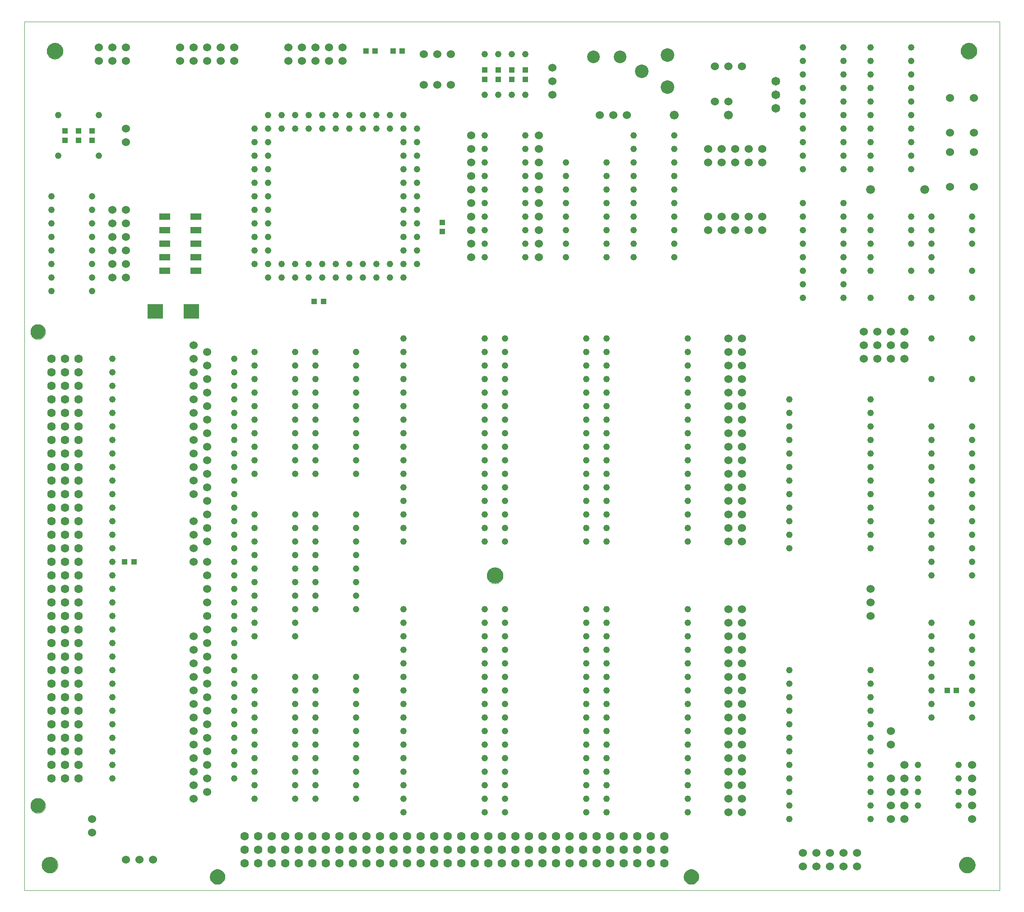
<source format=gts>
G75*
%MOIN*%
%OFA0B0*%
%FSLAX24Y24*%
%IPPOS*%
%LPD*%
%AMOC8*
5,1,8,0,0,1.08239X$1,22.5*
%
%ADD10C,0.0000*%
%ADD11C,0.0480*%
%ADD12C,0.0600*%
%ADD13C,0.0630*%
%ADD14C,0.1102*%
%ADD15C,0.1181*%
%ADD16C,0.0650*%
%ADD17C,0.0660*%
%ADD18C,0.1000*%
%ADD19R,0.0413X0.0425*%
%ADD20R,0.0425X0.0413*%
%ADD21R,0.0394X0.0433*%
%ADD22R,0.1161X0.1063*%
%ADD23R,0.0800X0.0500*%
%ADD24C,0.0937*%
D10*
X003500Y003500D02*
X003500Y067673D01*
X075547Y067673D01*
X075547Y003500D01*
X003500Y003500D01*
X004784Y005375D02*
X004786Y005423D01*
X004792Y005471D01*
X004802Y005518D01*
X004815Y005564D01*
X004833Y005609D01*
X004853Y005653D01*
X004878Y005695D01*
X004906Y005734D01*
X004936Y005771D01*
X004970Y005805D01*
X005007Y005837D01*
X005045Y005866D01*
X005086Y005891D01*
X005129Y005913D01*
X005174Y005931D01*
X005220Y005945D01*
X005267Y005956D01*
X005315Y005963D01*
X005363Y005966D01*
X005411Y005965D01*
X005459Y005960D01*
X005507Y005951D01*
X005553Y005939D01*
X005598Y005922D01*
X005642Y005902D01*
X005684Y005879D01*
X005724Y005852D01*
X005762Y005822D01*
X005797Y005789D01*
X005829Y005753D01*
X005859Y005715D01*
X005885Y005674D01*
X005907Y005631D01*
X005927Y005587D01*
X005942Y005542D01*
X005954Y005495D01*
X005962Y005447D01*
X005966Y005399D01*
X005966Y005351D01*
X005962Y005303D01*
X005954Y005255D01*
X005942Y005208D01*
X005927Y005163D01*
X005907Y005119D01*
X005885Y005076D01*
X005859Y005035D01*
X005829Y004997D01*
X005797Y004961D01*
X005762Y004928D01*
X005724Y004898D01*
X005684Y004871D01*
X005642Y004848D01*
X005598Y004828D01*
X005553Y004811D01*
X005507Y004799D01*
X005459Y004790D01*
X005411Y004785D01*
X005363Y004784D01*
X005315Y004787D01*
X005267Y004794D01*
X005220Y004805D01*
X005174Y004819D01*
X005129Y004837D01*
X005086Y004859D01*
X005045Y004884D01*
X005007Y004913D01*
X004970Y004945D01*
X004936Y004979D01*
X004906Y005016D01*
X004878Y005055D01*
X004853Y005097D01*
X004833Y005141D01*
X004815Y005186D01*
X004802Y005232D01*
X004792Y005279D01*
X004786Y005327D01*
X004784Y005375D01*
X003949Y009750D02*
X003951Y009797D01*
X003957Y009843D01*
X003967Y009889D01*
X003980Y009934D01*
X003998Y009977D01*
X004019Y010019D01*
X004043Y010059D01*
X004071Y010096D01*
X004102Y010131D01*
X004136Y010164D01*
X004172Y010193D01*
X004211Y010219D01*
X004252Y010242D01*
X004295Y010261D01*
X004339Y010277D01*
X004384Y010289D01*
X004430Y010297D01*
X004477Y010301D01*
X004523Y010301D01*
X004570Y010297D01*
X004616Y010289D01*
X004661Y010277D01*
X004705Y010261D01*
X004748Y010242D01*
X004789Y010219D01*
X004828Y010193D01*
X004864Y010164D01*
X004898Y010131D01*
X004929Y010096D01*
X004957Y010059D01*
X004981Y010019D01*
X005002Y009977D01*
X005020Y009934D01*
X005033Y009889D01*
X005043Y009843D01*
X005049Y009797D01*
X005051Y009750D01*
X005049Y009703D01*
X005043Y009657D01*
X005033Y009611D01*
X005020Y009566D01*
X005002Y009523D01*
X004981Y009481D01*
X004957Y009441D01*
X004929Y009404D01*
X004898Y009369D01*
X004864Y009336D01*
X004828Y009307D01*
X004789Y009281D01*
X004748Y009258D01*
X004705Y009239D01*
X004661Y009223D01*
X004616Y009211D01*
X004570Y009203D01*
X004523Y009199D01*
X004477Y009199D01*
X004430Y009203D01*
X004384Y009211D01*
X004339Y009223D01*
X004295Y009239D01*
X004252Y009258D01*
X004211Y009281D01*
X004172Y009307D01*
X004136Y009336D01*
X004102Y009369D01*
X004071Y009404D01*
X004043Y009441D01*
X004019Y009481D01*
X003998Y009523D01*
X003980Y009566D01*
X003967Y009611D01*
X003957Y009657D01*
X003951Y009703D01*
X003949Y009750D01*
X017199Y004500D02*
X017201Y004547D01*
X017207Y004593D01*
X017217Y004639D01*
X017230Y004684D01*
X017248Y004727D01*
X017269Y004769D01*
X017293Y004809D01*
X017321Y004846D01*
X017352Y004881D01*
X017386Y004914D01*
X017422Y004943D01*
X017461Y004969D01*
X017502Y004992D01*
X017545Y005011D01*
X017589Y005027D01*
X017634Y005039D01*
X017680Y005047D01*
X017727Y005051D01*
X017773Y005051D01*
X017820Y005047D01*
X017866Y005039D01*
X017911Y005027D01*
X017955Y005011D01*
X017998Y004992D01*
X018039Y004969D01*
X018078Y004943D01*
X018114Y004914D01*
X018148Y004881D01*
X018179Y004846D01*
X018207Y004809D01*
X018231Y004769D01*
X018252Y004727D01*
X018270Y004684D01*
X018283Y004639D01*
X018293Y004593D01*
X018299Y004547D01*
X018301Y004500D01*
X018299Y004453D01*
X018293Y004407D01*
X018283Y004361D01*
X018270Y004316D01*
X018252Y004273D01*
X018231Y004231D01*
X018207Y004191D01*
X018179Y004154D01*
X018148Y004119D01*
X018114Y004086D01*
X018078Y004057D01*
X018039Y004031D01*
X017998Y004008D01*
X017955Y003989D01*
X017911Y003973D01*
X017866Y003961D01*
X017820Y003953D01*
X017773Y003949D01*
X017727Y003949D01*
X017680Y003953D01*
X017634Y003961D01*
X017589Y003973D01*
X017545Y003989D01*
X017502Y004008D01*
X017461Y004031D01*
X017422Y004057D01*
X017386Y004086D01*
X017352Y004119D01*
X017321Y004154D01*
X017293Y004191D01*
X017269Y004231D01*
X017248Y004273D01*
X017230Y004316D01*
X017217Y004361D01*
X017207Y004407D01*
X017201Y004453D01*
X017199Y004500D01*
X037659Y026750D02*
X037661Y026798D01*
X037667Y026846D01*
X037677Y026893D01*
X037690Y026939D01*
X037708Y026984D01*
X037728Y027028D01*
X037753Y027070D01*
X037781Y027109D01*
X037811Y027146D01*
X037845Y027180D01*
X037882Y027212D01*
X037920Y027241D01*
X037961Y027266D01*
X038004Y027288D01*
X038049Y027306D01*
X038095Y027320D01*
X038142Y027331D01*
X038190Y027338D01*
X038238Y027341D01*
X038286Y027340D01*
X038334Y027335D01*
X038382Y027326D01*
X038428Y027314D01*
X038473Y027297D01*
X038517Y027277D01*
X038559Y027254D01*
X038599Y027227D01*
X038637Y027197D01*
X038672Y027164D01*
X038704Y027128D01*
X038734Y027090D01*
X038760Y027049D01*
X038782Y027006D01*
X038802Y026962D01*
X038817Y026917D01*
X038829Y026870D01*
X038837Y026822D01*
X038841Y026774D01*
X038841Y026726D01*
X038837Y026678D01*
X038829Y026630D01*
X038817Y026583D01*
X038802Y026538D01*
X038782Y026494D01*
X038760Y026451D01*
X038734Y026410D01*
X038704Y026372D01*
X038672Y026336D01*
X038637Y026303D01*
X038599Y026273D01*
X038559Y026246D01*
X038517Y026223D01*
X038473Y026203D01*
X038428Y026186D01*
X038382Y026174D01*
X038334Y026165D01*
X038286Y026160D01*
X038238Y026159D01*
X038190Y026162D01*
X038142Y026169D01*
X038095Y026180D01*
X038049Y026194D01*
X038004Y026212D01*
X037961Y026234D01*
X037920Y026259D01*
X037882Y026288D01*
X037845Y026320D01*
X037811Y026354D01*
X037781Y026391D01*
X037753Y026430D01*
X037728Y026472D01*
X037708Y026516D01*
X037690Y026561D01*
X037677Y026607D01*
X037667Y026654D01*
X037661Y026702D01*
X037659Y026750D01*
X052199Y004500D02*
X052201Y004547D01*
X052207Y004593D01*
X052217Y004639D01*
X052230Y004684D01*
X052248Y004727D01*
X052269Y004769D01*
X052293Y004809D01*
X052321Y004846D01*
X052352Y004881D01*
X052386Y004914D01*
X052422Y004943D01*
X052461Y004969D01*
X052502Y004992D01*
X052545Y005011D01*
X052589Y005027D01*
X052634Y005039D01*
X052680Y005047D01*
X052727Y005051D01*
X052773Y005051D01*
X052820Y005047D01*
X052866Y005039D01*
X052911Y005027D01*
X052955Y005011D01*
X052998Y004992D01*
X053039Y004969D01*
X053078Y004943D01*
X053114Y004914D01*
X053148Y004881D01*
X053179Y004846D01*
X053207Y004809D01*
X053231Y004769D01*
X053252Y004727D01*
X053270Y004684D01*
X053283Y004639D01*
X053293Y004593D01*
X053299Y004547D01*
X053301Y004500D01*
X053299Y004453D01*
X053293Y004407D01*
X053283Y004361D01*
X053270Y004316D01*
X053252Y004273D01*
X053231Y004231D01*
X053207Y004191D01*
X053179Y004154D01*
X053148Y004119D01*
X053114Y004086D01*
X053078Y004057D01*
X053039Y004031D01*
X052998Y004008D01*
X052955Y003989D01*
X052911Y003973D01*
X052866Y003961D01*
X052820Y003953D01*
X052773Y003949D01*
X052727Y003949D01*
X052680Y003953D01*
X052634Y003961D01*
X052589Y003973D01*
X052545Y003989D01*
X052502Y004008D01*
X052461Y004031D01*
X052422Y004057D01*
X052386Y004086D01*
X052352Y004119D01*
X052321Y004154D01*
X052293Y004191D01*
X052269Y004231D01*
X052248Y004273D01*
X052230Y004316D01*
X052217Y004361D01*
X052207Y004407D01*
X052201Y004453D01*
X052199Y004500D01*
X072534Y005375D02*
X072536Y005423D01*
X072542Y005471D01*
X072552Y005518D01*
X072565Y005564D01*
X072583Y005609D01*
X072603Y005653D01*
X072628Y005695D01*
X072656Y005734D01*
X072686Y005771D01*
X072720Y005805D01*
X072757Y005837D01*
X072795Y005866D01*
X072836Y005891D01*
X072879Y005913D01*
X072924Y005931D01*
X072970Y005945D01*
X073017Y005956D01*
X073065Y005963D01*
X073113Y005966D01*
X073161Y005965D01*
X073209Y005960D01*
X073257Y005951D01*
X073303Y005939D01*
X073348Y005922D01*
X073392Y005902D01*
X073434Y005879D01*
X073474Y005852D01*
X073512Y005822D01*
X073547Y005789D01*
X073579Y005753D01*
X073609Y005715D01*
X073635Y005674D01*
X073657Y005631D01*
X073677Y005587D01*
X073692Y005542D01*
X073704Y005495D01*
X073712Y005447D01*
X073716Y005399D01*
X073716Y005351D01*
X073712Y005303D01*
X073704Y005255D01*
X073692Y005208D01*
X073677Y005163D01*
X073657Y005119D01*
X073635Y005076D01*
X073609Y005035D01*
X073579Y004997D01*
X073547Y004961D01*
X073512Y004928D01*
X073474Y004898D01*
X073434Y004871D01*
X073392Y004848D01*
X073348Y004828D01*
X073303Y004811D01*
X073257Y004799D01*
X073209Y004790D01*
X073161Y004785D01*
X073113Y004784D01*
X073065Y004787D01*
X073017Y004794D01*
X072970Y004805D01*
X072924Y004819D01*
X072879Y004837D01*
X072836Y004859D01*
X072795Y004884D01*
X072757Y004913D01*
X072720Y004945D01*
X072686Y004979D01*
X072656Y005016D01*
X072628Y005055D01*
X072603Y005097D01*
X072583Y005141D01*
X072565Y005186D01*
X072552Y005232D01*
X072542Y005279D01*
X072536Y005327D01*
X072534Y005375D01*
X072659Y065500D02*
X072661Y065548D01*
X072667Y065596D01*
X072677Y065643D01*
X072690Y065689D01*
X072708Y065734D01*
X072728Y065778D01*
X072753Y065820D01*
X072781Y065859D01*
X072811Y065896D01*
X072845Y065930D01*
X072882Y065962D01*
X072920Y065991D01*
X072961Y066016D01*
X073004Y066038D01*
X073049Y066056D01*
X073095Y066070D01*
X073142Y066081D01*
X073190Y066088D01*
X073238Y066091D01*
X073286Y066090D01*
X073334Y066085D01*
X073382Y066076D01*
X073428Y066064D01*
X073473Y066047D01*
X073517Y066027D01*
X073559Y066004D01*
X073599Y065977D01*
X073637Y065947D01*
X073672Y065914D01*
X073704Y065878D01*
X073734Y065840D01*
X073760Y065799D01*
X073782Y065756D01*
X073802Y065712D01*
X073817Y065667D01*
X073829Y065620D01*
X073837Y065572D01*
X073841Y065524D01*
X073841Y065476D01*
X073837Y065428D01*
X073829Y065380D01*
X073817Y065333D01*
X073802Y065288D01*
X073782Y065244D01*
X073760Y065201D01*
X073734Y065160D01*
X073704Y065122D01*
X073672Y065086D01*
X073637Y065053D01*
X073599Y065023D01*
X073559Y064996D01*
X073517Y064973D01*
X073473Y064953D01*
X073428Y064936D01*
X073382Y064924D01*
X073334Y064915D01*
X073286Y064910D01*
X073238Y064909D01*
X073190Y064912D01*
X073142Y064919D01*
X073095Y064930D01*
X073049Y064944D01*
X073004Y064962D01*
X072961Y064984D01*
X072920Y065009D01*
X072882Y065038D01*
X072845Y065070D01*
X072811Y065104D01*
X072781Y065141D01*
X072753Y065180D01*
X072728Y065222D01*
X072708Y065266D01*
X072690Y065311D01*
X072677Y065357D01*
X072667Y065404D01*
X072661Y065452D01*
X072659Y065500D01*
X005159Y065500D02*
X005161Y065548D01*
X005167Y065596D01*
X005177Y065643D01*
X005190Y065689D01*
X005208Y065734D01*
X005228Y065778D01*
X005253Y065820D01*
X005281Y065859D01*
X005311Y065896D01*
X005345Y065930D01*
X005382Y065962D01*
X005420Y065991D01*
X005461Y066016D01*
X005504Y066038D01*
X005549Y066056D01*
X005595Y066070D01*
X005642Y066081D01*
X005690Y066088D01*
X005738Y066091D01*
X005786Y066090D01*
X005834Y066085D01*
X005882Y066076D01*
X005928Y066064D01*
X005973Y066047D01*
X006017Y066027D01*
X006059Y066004D01*
X006099Y065977D01*
X006137Y065947D01*
X006172Y065914D01*
X006204Y065878D01*
X006234Y065840D01*
X006260Y065799D01*
X006282Y065756D01*
X006302Y065712D01*
X006317Y065667D01*
X006329Y065620D01*
X006337Y065572D01*
X006341Y065524D01*
X006341Y065476D01*
X006337Y065428D01*
X006329Y065380D01*
X006317Y065333D01*
X006302Y065288D01*
X006282Y065244D01*
X006260Y065201D01*
X006234Y065160D01*
X006204Y065122D01*
X006172Y065086D01*
X006137Y065053D01*
X006099Y065023D01*
X006059Y064996D01*
X006017Y064973D01*
X005973Y064953D01*
X005928Y064936D01*
X005882Y064924D01*
X005834Y064915D01*
X005786Y064910D01*
X005738Y064909D01*
X005690Y064912D01*
X005642Y064919D01*
X005595Y064930D01*
X005549Y064944D01*
X005504Y064962D01*
X005461Y064984D01*
X005420Y065009D01*
X005382Y065038D01*
X005345Y065070D01*
X005311Y065104D01*
X005281Y065141D01*
X005253Y065180D01*
X005228Y065222D01*
X005208Y065266D01*
X005190Y065311D01*
X005177Y065357D01*
X005167Y065404D01*
X005161Y065452D01*
X005159Y065500D01*
X003949Y044750D02*
X003951Y044797D01*
X003957Y044843D01*
X003967Y044889D01*
X003980Y044934D01*
X003998Y044977D01*
X004019Y045019D01*
X004043Y045059D01*
X004071Y045096D01*
X004102Y045131D01*
X004136Y045164D01*
X004172Y045193D01*
X004211Y045219D01*
X004252Y045242D01*
X004295Y045261D01*
X004339Y045277D01*
X004384Y045289D01*
X004430Y045297D01*
X004477Y045301D01*
X004523Y045301D01*
X004570Y045297D01*
X004616Y045289D01*
X004661Y045277D01*
X004705Y045261D01*
X004748Y045242D01*
X004789Y045219D01*
X004828Y045193D01*
X004864Y045164D01*
X004898Y045131D01*
X004929Y045096D01*
X004957Y045059D01*
X004981Y045019D01*
X005002Y044977D01*
X005020Y044934D01*
X005033Y044889D01*
X005043Y044843D01*
X005049Y044797D01*
X005051Y044750D01*
X005049Y044703D01*
X005043Y044657D01*
X005033Y044611D01*
X005020Y044566D01*
X005002Y044523D01*
X004981Y044481D01*
X004957Y044441D01*
X004929Y044404D01*
X004898Y044369D01*
X004864Y044336D01*
X004828Y044307D01*
X004789Y044281D01*
X004748Y044258D01*
X004705Y044239D01*
X004661Y044223D01*
X004616Y044211D01*
X004570Y044203D01*
X004523Y044199D01*
X004477Y044199D01*
X004430Y044203D01*
X004384Y044211D01*
X004339Y044223D01*
X004295Y044239D01*
X004252Y044258D01*
X004211Y044281D01*
X004172Y044307D01*
X004136Y044336D01*
X004102Y044369D01*
X004071Y044404D01*
X004043Y044441D01*
X004019Y044481D01*
X003998Y044523D01*
X003980Y044566D01*
X003967Y044611D01*
X003957Y044657D01*
X003951Y044703D01*
X003949Y044750D01*
D11*
X005500Y047750D03*
X005500Y048750D03*
X005500Y049750D03*
X005500Y050750D03*
X005500Y051750D03*
X005500Y052750D03*
X005500Y053750D03*
X005500Y054750D03*
X008500Y054750D03*
X008500Y053750D03*
X008500Y052750D03*
X008500Y051750D03*
X008500Y050750D03*
X008500Y049750D03*
X008500Y048750D03*
X008500Y047750D03*
X010000Y042750D03*
X010000Y041750D03*
X010000Y040750D03*
X010000Y039750D03*
X010000Y038750D03*
X010000Y037750D03*
X010000Y036750D03*
X010000Y035750D03*
X010000Y034750D03*
X010000Y033750D03*
X010000Y032750D03*
X010000Y031750D03*
X010000Y030750D03*
X010000Y029750D03*
X010000Y028750D03*
X010000Y027750D03*
X010000Y026750D03*
X010000Y025750D03*
X010000Y024750D03*
X010000Y023750D03*
X010000Y022750D03*
X010000Y021750D03*
X010000Y020750D03*
X010000Y019750D03*
X010000Y018750D03*
X010000Y017750D03*
X010000Y016750D03*
X010000Y015750D03*
X010000Y014750D03*
X010000Y013750D03*
X010000Y012750D03*
X010000Y011750D03*
X019000Y011750D03*
X019000Y012750D03*
X019000Y013750D03*
X019000Y014750D03*
X019000Y015750D03*
X019000Y016750D03*
X019000Y017750D03*
X019000Y018750D03*
X019000Y019750D03*
X019000Y020750D03*
X019000Y021750D03*
X019000Y022750D03*
X019000Y023750D03*
X019000Y024750D03*
X019000Y025750D03*
X019000Y026750D03*
X019000Y027750D03*
X019000Y028750D03*
X019000Y029750D03*
X019000Y030750D03*
X019000Y031750D03*
X019000Y032750D03*
X019000Y033750D03*
X019000Y034750D03*
X019000Y035750D03*
X019000Y036750D03*
X019000Y037750D03*
X019000Y038750D03*
X019000Y039750D03*
X019000Y040750D03*
X019000Y041750D03*
X019000Y042750D03*
X020500Y042250D03*
X020500Y041250D03*
X020500Y040250D03*
X020500Y039250D03*
X020500Y038250D03*
X020500Y037250D03*
X020500Y036250D03*
X020500Y035250D03*
X020500Y034250D03*
X023500Y034250D03*
X023500Y035250D03*
X023500Y036250D03*
X023500Y037250D03*
X023500Y038250D03*
X023500Y039250D03*
X023500Y040250D03*
X023500Y041250D03*
X023500Y042250D03*
X023500Y043250D03*
X025000Y043250D03*
X025000Y042250D03*
X025000Y041250D03*
X025000Y040250D03*
X025000Y039250D03*
X025000Y038250D03*
X025000Y037250D03*
X025000Y036250D03*
X025000Y035250D03*
X025000Y034250D03*
X028000Y034250D03*
X028000Y035250D03*
X028000Y036250D03*
X028000Y037250D03*
X028000Y038250D03*
X028000Y039250D03*
X028000Y040250D03*
X028000Y041250D03*
X028000Y042250D03*
X028000Y043250D03*
X031500Y043250D03*
X031500Y044250D03*
X031500Y042250D03*
X031500Y041250D03*
X031500Y040250D03*
X031500Y039250D03*
X031500Y038250D03*
X031500Y037250D03*
X031500Y036250D03*
X031500Y035250D03*
X031500Y034250D03*
X031500Y033250D03*
X031500Y032250D03*
X031500Y031250D03*
X031500Y030250D03*
X031500Y029250D03*
X028000Y029250D03*
X028000Y028250D03*
X028000Y027250D03*
X028000Y026250D03*
X028000Y025250D03*
X028000Y024250D03*
X025000Y024250D03*
X025000Y025250D03*
X025000Y026250D03*
X025000Y027250D03*
X025000Y028250D03*
X025000Y029250D03*
X025000Y030250D03*
X025000Y031250D03*
X023500Y031250D03*
X023500Y030250D03*
X023500Y029250D03*
X023500Y028250D03*
X023500Y027250D03*
X023500Y026250D03*
X023500Y025250D03*
X023500Y024250D03*
X023500Y023250D03*
X023500Y022250D03*
X023500Y019250D03*
X023500Y018250D03*
X023500Y017250D03*
X023500Y016250D03*
X023500Y015250D03*
X023500Y014250D03*
X023500Y013250D03*
X023500Y012250D03*
X023500Y011250D03*
X023500Y010250D03*
X025000Y010250D03*
X025000Y011250D03*
X025000Y012250D03*
X025000Y013250D03*
X025000Y014250D03*
X025000Y015250D03*
X025000Y016250D03*
X025000Y017250D03*
X025000Y018250D03*
X025000Y019250D03*
X028000Y019250D03*
X028000Y018250D03*
X028000Y017250D03*
X028000Y016250D03*
X028000Y015250D03*
X028000Y014250D03*
X028000Y013250D03*
X028000Y012250D03*
X028000Y011250D03*
X028000Y010250D03*
X031500Y010250D03*
X031500Y009250D03*
X031500Y011250D03*
X031500Y012250D03*
X031500Y013250D03*
X031500Y014250D03*
X031500Y015250D03*
X031500Y016250D03*
X031500Y017250D03*
X031500Y018250D03*
X031500Y019250D03*
X031500Y020250D03*
X031500Y021250D03*
X031500Y022250D03*
X031500Y023250D03*
X031500Y024250D03*
X037500Y024250D03*
X037500Y023250D03*
X037500Y022250D03*
X037500Y021250D03*
X037500Y020250D03*
X037500Y019250D03*
X037500Y018250D03*
X037500Y017250D03*
X037500Y016250D03*
X037500Y015250D03*
X037500Y014250D03*
X037500Y013250D03*
X037500Y012250D03*
X037500Y011250D03*
X037500Y010250D03*
X037500Y009250D03*
X039000Y009250D03*
X039000Y010250D03*
X039000Y011250D03*
X039000Y012250D03*
X039000Y013250D03*
X039000Y014250D03*
X039000Y015250D03*
X039000Y016250D03*
X039000Y017250D03*
X039000Y018250D03*
X039000Y019250D03*
X039000Y020250D03*
X039000Y021250D03*
X039000Y022250D03*
X039000Y023250D03*
X039000Y024250D03*
X039000Y029250D03*
X039000Y030250D03*
X039000Y031250D03*
X039000Y032250D03*
X039000Y033250D03*
X039000Y034250D03*
X039000Y035250D03*
X039000Y036250D03*
X039000Y037250D03*
X039000Y038250D03*
X039000Y039250D03*
X039000Y040250D03*
X039000Y041250D03*
X039000Y042250D03*
X039000Y043250D03*
X039000Y044250D03*
X037500Y044250D03*
X037500Y043250D03*
X037500Y042250D03*
X037500Y041250D03*
X037500Y040250D03*
X037500Y039250D03*
X037500Y038250D03*
X037500Y037250D03*
X037500Y036250D03*
X037500Y035250D03*
X037500Y034250D03*
X037500Y033250D03*
X037500Y032250D03*
X037500Y031250D03*
X037500Y030250D03*
X037500Y029250D03*
X045000Y029250D03*
X045000Y030250D03*
X045000Y031250D03*
X045000Y032250D03*
X045000Y033250D03*
X045000Y034250D03*
X045000Y035250D03*
X045000Y036250D03*
X045000Y037250D03*
X045000Y038250D03*
X045000Y039250D03*
X045000Y040250D03*
X045000Y041250D03*
X045000Y042250D03*
X045000Y043250D03*
X045000Y044250D03*
X046500Y044250D03*
X046500Y043250D03*
X046500Y042250D03*
X046500Y041250D03*
X046500Y040250D03*
X046500Y039250D03*
X046500Y038250D03*
X046500Y037250D03*
X046500Y036250D03*
X046500Y035250D03*
X046500Y034250D03*
X046500Y033250D03*
X046500Y032250D03*
X046500Y031250D03*
X046500Y030250D03*
X046500Y029250D03*
X046500Y024250D03*
X046500Y023250D03*
X046500Y022250D03*
X046500Y021250D03*
X046500Y020250D03*
X046500Y019250D03*
X046500Y018250D03*
X046500Y017250D03*
X046500Y016250D03*
X046500Y015250D03*
X046500Y014250D03*
X046500Y013250D03*
X046500Y012250D03*
X046500Y011250D03*
X046500Y010250D03*
X046500Y009250D03*
X045000Y009250D03*
X045000Y010250D03*
X045000Y011250D03*
X045000Y012250D03*
X045000Y013250D03*
X045000Y014250D03*
X045000Y015250D03*
X045000Y016250D03*
X045000Y017250D03*
X045000Y018250D03*
X045000Y019250D03*
X045000Y020250D03*
X045000Y021250D03*
X045000Y022250D03*
X045000Y023250D03*
X045000Y024250D03*
X052500Y024250D03*
X052500Y023250D03*
X052500Y022250D03*
X052500Y021250D03*
X052500Y020250D03*
X052500Y019250D03*
X052500Y018250D03*
X052500Y017250D03*
X052500Y016250D03*
X052500Y015250D03*
X052500Y014250D03*
X052500Y013250D03*
X052500Y012250D03*
X052500Y011250D03*
X052500Y010250D03*
X052500Y009250D03*
X060000Y008750D03*
X060000Y009750D03*
X060000Y010750D03*
X060000Y011750D03*
X060000Y012750D03*
X060000Y013750D03*
X060000Y014750D03*
X060000Y015750D03*
X060000Y016750D03*
X060000Y017750D03*
X060000Y018750D03*
X060000Y019750D03*
X066000Y019750D03*
X066000Y018750D03*
X066000Y017750D03*
X066000Y016750D03*
X066000Y015750D03*
X066000Y014750D03*
X066000Y013750D03*
X066000Y012750D03*
X066000Y011750D03*
X066000Y010750D03*
X066000Y009750D03*
X066000Y008750D03*
X069500Y009750D03*
X069500Y010750D03*
X069500Y011750D03*
X069500Y012750D03*
X072500Y012750D03*
X072500Y011750D03*
X072500Y010750D03*
X072500Y009750D03*
X073500Y016250D03*
X073500Y017250D03*
X073500Y018250D03*
X073500Y019250D03*
X073500Y020250D03*
X073500Y021250D03*
X073500Y022250D03*
X073500Y023250D03*
X070500Y023250D03*
X070500Y022250D03*
X070500Y021250D03*
X070500Y020250D03*
X070500Y019250D03*
X070500Y018250D03*
X070500Y017250D03*
X070500Y016250D03*
X070500Y026750D03*
X070500Y027750D03*
X070500Y028750D03*
X070500Y029750D03*
X070500Y030750D03*
X070500Y031750D03*
X070500Y032750D03*
X070500Y033750D03*
X070500Y034750D03*
X070500Y035750D03*
X070500Y036750D03*
X070500Y037750D03*
X073500Y037750D03*
X073500Y036750D03*
X073500Y035750D03*
X073500Y034750D03*
X073500Y033750D03*
X073500Y032750D03*
X073500Y031750D03*
X073500Y030750D03*
X073500Y029750D03*
X073500Y028750D03*
X073500Y027750D03*
X073500Y026750D03*
X066000Y028750D03*
X066000Y029750D03*
X066000Y030750D03*
X066000Y031750D03*
X066000Y032750D03*
X066000Y033750D03*
X066000Y034750D03*
X066000Y035750D03*
X066000Y036750D03*
X066000Y037750D03*
X066000Y038750D03*
X066000Y039750D03*
X070500Y041250D03*
X070500Y044250D03*
X073500Y044250D03*
X073500Y041250D03*
X073500Y047250D03*
X073500Y049250D03*
X073500Y051250D03*
X073500Y052250D03*
X073500Y053250D03*
X070500Y053250D03*
X070500Y052250D03*
X070500Y051250D03*
X070500Y050250D03*
X070500Y049250D03*
X069000Y049250D03*
X069000Y051250D03*
X069000Y052250D03*
X069000Y053250D03*
X066000Y053250D03*
X066000Y052250D03*
X066000Y051250D03*
X066000Y050250D03*
X066000Y049250D03*
X066000Y047250D03*
X064000Y047250D03*
X064000Y048250D03*
X064000Y049250D03*
X064000Y050250D03*
X064000Y051250D03*
X064000Y052250D03*
X064000Y053250D03*
X064000Y054250D03*
X064000Y056750D03*
X064000Y057750D03*
X064000Y058750D03*
X064000Y059750D03*
X064000Y060750D03*
X064000Y061750D03*
X064000Y062750D03*
X064000Y063750D03*
X064000Y064750D03*
X064000Y065750D03*
X066000Y065750D03*
X066000Y064750D03*
X066000Y063750D03*
X066000Y062750D03*
X066000Y061750D03*
X066000Y060750D03*
X066000Y059750D03*
X066000Y058750D03*
X066000Y057750D03*
X066000Y056750D03*
X069000Y056750D03*
X069000Y057750D03*
X069000Y058750D03*
X069000Y059750D03*
X069000Y060750D03*
X069000Y061750D03*
X069000Y062750D03*
X069000Y063750D03*
X069000Y064750D03*
X069000Y065750D03*
X061000Y065750D03*
X061000Y064750D03*
X061000Y063750D03*
X061000Y062750D03*
X061000Y061750D03*
X061000Y060750D03*
X061000Y059750D03*
X061000Y058750D03*
X061000Y057750D03*
X061000Y056750D03*
X061000Y054250D03*
X061000Y053250D03*
X061000Y052250D03*
X061000Y051250D03*
X061000Y050250D03*
X061000Y049250D03*
X061000Y048250D03*
X061000Y047250D03*
X060000Y039750D03*
X060000Y038750D03*
X060000Y037750D03*
X060000Y036750D03*
X060000Y035750D03*
X060000Y034750D03*
X060000Y033750D03*
X060000Y032750D03*
X060000Y031750D03*
X060000Y030750D03*
X060000Y029750D03*
X060000Y028750D03*
X052500Y029250D03*
X052500Y030250D03*
X052500Y031250D03*
X052500Y032250D03*
X052500Y033250D03*
X052500Y034250D03*
X052500Y035250D03*
X052500Y036250D03*
X052500Y037250D03*
X052500Y038250D03*
X052500Y039250D03*
X052500Y040250D03*
X052500Y041250D03*
X052500Y042250D03*
X052500Y043250D03*
X052500Y044250D03*
X051500Y050250D03*
X051500Y051250D03*
X051500Y052250D03*
X051500Y053250D03*
X051500Y054250D03*
X051500Y055250D03*
X051500Y056250D03*
X051500Y057250D03*
X051500Y058250D03*
X051500Y059250D03*
X048500Y059250D03*
X048500Y058250D03*
X048500Y057250D03*
X048500Y056250D03*
X048500Y055250D03*
X048500Y054250D03*
X048500Y053250D03*
X048500Y052250D03*
X048500Y051250D03*
X048500Y050250D03*
X046500Y050250D03*
X046500Y051250D03*
X046500Y052250D03*
X046500Y053250D03*
X046500Y054250D03*
X046500Y055250D03*
X046500Y056250D03*
X046500Y057250D03*
X043500Y057250D03*
X043500Y056250D03*
X043500Y055250D03*
X043500Y054250D03*
X043500Y053250D03*
X043500Y052250D03*
X043500Y051250D03*
X043500Y050250D03*
X040500Y050250D03*
X040500Y051250D03*
X040500Y052250D03*
X040500Y053250D03*
X040500Y054250D03*
X040500Y055250D03*
X040500Y056250D03*
X040500Y057250D03*
X040500Y058250D03*
X040500Y059250D03*
X037500Y059250D03*
X037500Y058250D03*
X037500Y057250D03*
X037500Y056250D03*
X037500Y055250D03*
X037500Y054250D03*
X037500Y053250D03*
X037500Y052250D03*
X037500Y051250D03*
X037500Y050250D03*
X032500Y049750D03*
X031500Y049750D03*
X031500Y048750D03*
X030500Y048750D03*
X030500Y049750D03*
X029500Y049750D03*
X029500Y048750D03*
X028500Y048750D03*
X028500Y049750D03*
X027500Y049750D03*
X027500Y048750D03*
X026500Y048750D03*
X026500Y049750D03*
X025500Y049750D03*
X025500Y048750D03*
X024500Y048750D03*
X024500Y049750D03*
X023500Y049750D03*
X023500Y048750D03*
X022500Y048750D03*
X022500Y049750D03*
X021500Y049750D03*
X021500Y048750D03*
X020500Y049750D03*
X020500Y050750D03*
X020500Y051750D03*
X021500Y051750D03*
X021500Y050750D03*
X021500Y052750D03*
X021500Y053750D03*
X020500Y053750D03*
X020500Y052750D03*
X020500Y054750D03*
X020500Y055750D03*
X021500Y055750D03*
X021500Y054750D03*
X021500Y056750D03*
X021500Y057750D03*
X021500Y058750D03*
X020500Y058750D03*
X020500Y057750D03*
X020500Y056750D03*
X020500Y059750D03*
X021500Y059750D03*
X021500Y060750D03*
X022500Y060750D03*
X022500Y059750D03*
X023500Y059750D03*
X023500Y060750D03*
X024500Y060750D03*
X024500Y059750D03*
X025500Y059750D03*
X025500Y060750D03*
X026500Y060750D03*
X026500Y059750D03*
X027500Y059750D03*
X027500Y060750D03*
X028500Y060750D03*
X028500Y059750D03*
X029500Y059750D03*
X029500Y060750D03*
X030500Y060750D03*
X030500Y059750D03*
X031500Y059750D03*
X031500Y060750D03*
X032500Y059750D03*
X032500Y058750D03*
X032500Y057750D03*
X032500Y056750D03*
X031500Y056750D03*
X031500Y057750D03*
X031500Y058750D03*
X031500Y055750D03*
X031500Y054750D03*
X032500Y054750D03*
X032500Y055750D03*
X032500Y053750D03*
X032500Y052750D03*
X031500Y052750D03*
X031500Y053750D03*
X031500Y051750D03*
X031500Y050750D03*
X032500Y050750D03*
X032500Y051750D03*
X020500Y043250D03*
X020500Y031250D03*
X020500Y030250D03*
X020500Y029250D03*
X020500Y028250D03*
X020500Y027250D03*
X020500Y026250D03*
X020500Y025250D03*
X020500Y024250D03*
X020500Y023250D03*
X020500Y022250D03*
X020500Y019250D03*
X020500Y018250D03*
X020500Y017250D03*
X020500Y016250D03*
X020500Y015250D03*
X020500Y014250D03*
X020500Y013250D03*
X020500Y012250D03*
X020500Y011250D03*
X020500Y010250D03*
X028000Y030250D03*
X028000Y031250D03*
X009000Y057750D03*
X009000Y060750D03*
X006000Y060750D03*
X006000Y057750D03*
X037500Y062250D03*
X038500Y062250D03*
X039500Y062250D03*
X040500Y062250D03*
X040500Y065250D03*
X039500Y065250D03*
X038500Y065250D03*
X037500Y065250D03*
X069000Y047250D03*
X070500Y047250D03*
D12*
X068500Y044750D03*
X068500Y043750D03*
X067500Y043750D03*
X067500Y044750D03*
X066500Y044750D03*
X066500Y043750D03*
X065500Y043750D03*
X065500Y044750D03*
X065500Y042750D03*
X066500Y042750D03*
X067500Y042750D03*
X068500Y042750D03*
X058000Y052250D03*
X058000Y053250D03*
X057000Y053250D03*
X057000Y052250D03*
X056000Y052250D03*
X056000Y053250D03*
X055000Y053250D03*
X055000Y052250D03*
X054000Y052250D03*
X054000Y053250D03*
X054000Y057250D03*
X055000Y057250D03*
X055000Y058250D03*
X054000Y058250D03*
X056000Y058250D03*
X057000Y058250D03*
X058000Y058250D03*
X058000Y057250D03*
X057000Y057250D03*
X056000Y057250D03*
X055500Y061750D03*
X054500Y061750D03*
X054500Y064350D03*
X055500Y064350D03*
X056500Y064350D03*
X048000Y060750D03*
X047000Y060750D03*
X046000Y060750D03*
X042500Y062250D03*
X042500Y063250D03*
X042500Y064250D03*
X041500Y059250D03*
X041500Y058250D03*
X041500Y057250D03*
X041500Y056250D03*
X041500Y055250D03*
X041500Y054250D03*
X041500Y053250D03*
X041500Y052250D03*
X041500Y051250D03*
X041500Y050250D03*
X036500Y050250D03*
X036500Y051250D03*
X036500Y052250D03*
X036500Y053250D03*
X036500Y054250D03*
X036500Y055250D03*
X036500Y056250D03*
X036500Y057250D03*
X036500Y058250D03*
X036500Y059250D03*
X035000Y063000D03*
X034000Y063000D03*
X033000Y063000D03*
X033000Y065250D03*
X034000Y065250D03*
X035000Y065250D03*
X027000Y064750D03*
X026000Y064750D03*
X025000Y064750D03*
X025000Y065750D03*
X026000Y065750D03*
X027000Y065750D03*
X024000Y065750D03*
X023000Y065750D03*
X023000Y064750D03*
X024000Y064750D03*
X019000Y064750D03*
X019000Y065750D03*
X018000Y065750D03*
X017000Y065750D03*
X016000Y065750D03*
X016000Y064750D03*
X017000Y064750D03*
X018000Y064750D03*
X015000Y064750D03*
X015000Y065750D03*
X011000Y065750D03*
X010000Y065750D03*
X010000Y064750D03*
X011000Y064750D03*
X009000Y064750D03*
X009000Y065750D03*
X011000Y059750D03*
X011000Y058750D03*
X011000Y053750D03*
X011000Y052750D03*
X010000Y052750D03*
X010000Y053750D03*
X010000Y051750D03*
X010000Y050750D03*
X011000Y050750D03*
X011000Y051750D03*
X011000Y049750D03*
X011000Y048750D03*
X010000Y048750D03*
X010000Y049750D03*
X016000Y043750D03*
X017000Y043250D03*
X016000Y042750D03*
X016000Y041750D03*
X017000Y041250D03*
X017000Y042250D03*
X016000Y040750D03*
X016000Y039750D03*
X017000Y039250D03*
X017000Y040250D03*
X016000Y038750D03*
X016000Y037750D03*
X017000Y037250D03*
X017000Y036250D03*
X016000Y035750D03*
X016000Y036750D03*
X017000Y035250D03*
X017000Y034250D03*
X016000Y033750D03*
X016000Y034750D03*
X017000Y033250D03*
X017000Y032250D03*
X016000Y032750D03*
X017000Y031250D03*
X017000Y030250D03*
X016000Y029750D03*
X016000Y028750D03*
X017000Y029250D03*
X017000Y027750D03*
X017000Y026750D03*
X016000Y027750D03*
X017000Y025750D03*
X017000Y024750D03*
X017000Y023750D03*
X017000Y022750D03*
X016000Y022250D03*
X016000Y021250D03*
X017000Y020750D03*
X017000Y021750D03*
X016000Y020250D03*
X016000Y019250D03*
X017000Y018750D03*
X017000Y019750D03*
X016000Y018250D03*
X016000Y017250D03*
X017000Y016750D03*
X017000Y015750D03*
X016000Y015250D03*
X016000Y016250D03*
X017000Y014750D03*
X017000Y013750D03*
X016000Y013250D03*
X016000Y014250D03*
X017000Y012750D03*
X017000Y011750D03*
X016000Y011250D03*
X016000Y012250D03*
X017000Y010750D03*
X016000Y010250D03*
X013000Y005750D03*
X012000Y005750D03*
X011000Y005750D03*
X008500Y007750D03*
X008500Y008750D03*
X017000Y017750D03*
X016000Y030750D03*
X017000Y038250D03*
X055500Y038250D03*
X055500Y037250D03*
X055500Y036250D03*
X056500Y036250D03*
X056500Y037250D03*
X056500Y038250D03*
X056500Y039250D03*
X056500Y040250D03*
X055500Y040250D03*
X055500Y039250D03*
X055500Y041250D03*
X055500Y042250D03*
X056500Y042250D03*
X056500Y041250D03*
X056500Y043250D03*
X056500Y044250D03*
X055500Y044250D03*
X055500Y043250D03*
X055500Y035250D03*
X055500Y034250D03*
X056500Y034250D03*
X056500Y035250D03*
X056500Y033250D03*
X056500Y032250D03*
X055500Y032250D03*
X055500Y033250D03*
X055500Y031250D03*
X055500Y030250D03*
X056500Y030250D03*
X056500Y031250D03*
X056500Y029250D03*
X055500Y029250D03*
X055500Y024250D03*
X055500Y023250D03*
X056500Y023250D03*
X056500Y024250D03*
X056500Y022250D03*
X056500Y021250D03*
X055500Y021250D03*
X055500Y022250D03*
X055500Y020250D03*
X055500Y019250D03*
X056500Y019250D03*
X056500Y020250D03*
X056500Y018250D03*
X056500Y017250D03*
X055500Y017250D03*
X055500Y018250D03*
X055500Y016250D03*
X055500Y015250D03*
X056500Y015250D03*
X056500Y016250D03*
X056500Y014250D03*
X056500Y013250D03*
X055500Y013250D03*
X055500Y014250D03*
X055500Y012250D03*
X055500Y011250D03*
X056500Y011250D03*
X056500Y012250D03*
X056500Y010250D03*
X056500Y009250D03*
X055500Y009250D03*
X055500Y010250D03*
X061000Y006250D03*
X062000Y006250D03*
X062000Y005250D03*
X061000Y005250D03*
X063000Y005250D03*
X064000Y005250D03*
X065000Y005250D03*
X065000Y006250D03*
X064000Y006250D03*
X063000Y006250D03*
X067500Y008750D03*
X068500Y008750D03*
X068500Y009750D03*
X068500Y010750D03*
X067500Y010750D03*
X067500Y009750D03*
X067500Y011750D03*
X068500Y011750D03*
X068500Y012750D03*
X067500Y014250D03*
X067500Y015250D03*
X073500Y012750D03*
X073500Y011750D03*
X073500Y010750D03*
X073500Y009750D03*
X073500Y008750D03*
X066000Y023750D03*
X066000Y024750D03*
X066000Y025750D03*
X071860Y055470D03*
X073640Y055470D03*
X073640Y058030D03*
X073640Y059470D03*
X071860Y059470D03*
X071860Y058030D03*
X071860Y062030D03*
X073640Y062030D03*
D13*
X050750Y007500D03*
X050750Y006500D03*
X050750Y005500D03*
X049750Y005500D03*
X049750Y006500D03*
X049750Y007500D03*
X048750Y007500D03*
X048750Y006500D03*
X048750Y005500D03*
X047750Y005500D03*
X047750Y006500D03*
X047750Y007500D03*
X046750Y007500D03*
X046750Y006500D03*
X046750Y005500D03*
X045750Y005500D03*
X045750Y006500D03*
X045750Y007500D03*
X044750Y007500D03*
X044750Y006500D03*
X044750Y005500D03*
X043750Y005500D03*
X043750Y006500D03*
X043750Y007500D03*
X042750Y007500D03*
X042750Y006500D03*
X042750Y005500D03*
X041750Y005500D03*
X041750Y006500D03*
X041750Y007500D03*
X040750Y007500D03*
X040750Y006500D03*
X040750Y005500D03*
X039750Y005500D03*
X039750Y006500D03*
X039750Y007500D03*
X038750Y007500D03*
X038750Y006500D03*
X038750Y005500D03*
X037750Y005500D03*
X037750Y006500D03*
X037750Y007500D03*
X036750Y007500D03*
X036750Y006500D03*
X036750Y005500D03*
X035750Y005500D03*
X035750Y006500D03*
X035750Y007500D03*
X034750Y007500D03*
X034750Y006500D03*
X034750Y005500D03*
X033750Y005500D03*
X033750Y006500D03*
X033750Y007500D03*
X032750Y007500D03*
X032750Y006500D03*
X032750Y005500D03*
X031750Y005500D03*
X031750Y006500D03*
X031750Y007500D03*
X030750Y007500D03*
X030750Y006500D03*
X030750Y005500D03*
X029750Y005500D03*
X029750Y006500D03*
X029750Y007500D03*
X028750Y007500D03*
X028750Y006500D03*
X028750Y005500D03*
X027750Y005500D03*
X027750Y006500D03*
X027750Y007500D03*
X026750Y007500D03*
X026750Y006500D03*
X026750Y005500D03*
X025750Y005500D03*
X025750Y006500D03*
X025750Y007500D03*
X024750Y007500D03*
X024750Y006500D03*
X024750Y005500D03*
X023750Y005500D03*
X023750Y006500D03*
X023750Y007500D03*
X022750Y007500D03*
X022750Y006500D03*
X022750Y005500D03*
X021750Y005500D03*
X021750Y006500D03*
X021750Y007500D03*
X020750Y007500D03*
X020750Y006500D03*
X020750Y005500D03*
X019750Y005500D03*
X019750Y006500D03*
X019750Y007500D03*
X007500Y011750D03*
X007500Y012750D03*
X006500Y012750D03*
X006500Y011750D03*
X005500Y011750D03*
X005500Y012750D03*
X005500Y013750D03*
X005500Y014750D03*
X006500Y014750D03*
X006500Y013750D03*
X007500Y013750D03*
X007500Y014750D03*
X007500Y015750D03*
X007500Y016750D03*
X007500Y017750D03*
X006500Y017750D03*
X006500Y016750D03*
X006500Y015750D03*
X005500Y015750D03*
X005500Y016750D03*
X005500Y017750D03*
X005500Y018750D03*
X005500Y019750D03*
X006500Y019750D03*
X006500Y018750D03*
X007500Y018750D03*
X007500Y019750D03*
X007500Y020750D03*
X007500Y021750D03*
X006500Y021750D03*
X006500Y020750D03*
X005500Y020750D03*
X005500Y021750D03*
X005500Y022750D03*
X005500Y023750D03*
X006500Y023750D03*
X006500Y022750D03*
X007500Y022750D03*
X007500Y023750D03*
X007500Y024750D03*
X007500Y025750D03*
X006500Y025750D03*
X006500Y024750D03*
X005500Y024750D03*
X005500Y025750D03*
X005500Y026750D03*
X005500Y027750D03*
X006500Y027750D03*
X006500Y026750D03*
X007500Y026750D03*
X007500Y027750D03*
X007500Y028750D03*
X007500Y029750D03*
X007500Y030750D03*
X006500Y030750D03*
X006500Y029750D03*
X006500Y028750D03*
X005500Y028750D03*
X005500Y029750D03*
X005500Y030750D03*
X005500Y031750D03*
X005500Y032750D03*
X006500Y032750D03*
X006500Y031750D03*
X007500Y031750D03*
X007500Y032750D03*
X007500Y033750D03*
X007500Y034750D03*
X006500Y034750D03*
X006500Y033750D03*
X005500Y033750D03*
X005500Y034750D03*
X005500Y035750D03*
X005500Y036750D03*
X006500Y036750D03*
X006500Y035750D03*
X007500Y035750D03*
X007500Y036750D03*
X007500Y037750D03*
X007500Y038750D03*
X006500Y038750D03*
X006500Y037750D03*
X005500Y037750D03*
X005500Y038750D03*
X005500Y039750D03*
X005500Y040750D03*
X006500Y040750D03*
X006500Y039750D03*
X007500Y039750D03*
X007500Y040750D03*
X007500Y041750D03*
X007500Y042750D03*
X006500Y042750D03*
X006500Y041750D03*
X005500Y041750D03*
X005500Y042750D03*
D14*
X004500Y044750D03*
X004500Y009750D03*
X017750Y004500D03*
X052750Y004500D03*
D15*
X073125Y005375D03*
X038250Y026750D03*
X005375Y005375D03*
X005750Y065500D03*
X073250Y065500D03*
D16*
X059000Y063250D03*
X059000Y062250D03*
X059000Y061250D03*
D17*
X055500Y060750D03*
X051500Y060750D03*
X066000Y055250D03*
X070000Y055250D03*
D18*
X051000Y062819D03*
X049110Y064000D03*
X051000Y065181D03*
D19*
X025594Y047000D03*
X024906Y047000D03*
X011594Y027750D03*
X010906Y027750D03*
X071656Y018250D03*
X072344Y018250D03*
D20*
X034375Y052156D03*
X034375Y052844D03*
X037500Y063406D03*
X037500Y064094D03*
X038500Y064094D03*
X038500Y063406D03*
X039500Y063406D03*
X039500Y064094D03*
X040500Y064094D03*
X040500Y063406D03*
X008500Y059594D03*
X008500Y058906D03*
X007500Y058906D03*
X007500Y059594D03*
X006500Y059594D03*
X006500Y058906D03*
D21*
X028728Y065500D03*
X029397Y065500D03*
X030728Y065500D03*
X031397Y065500D03*
D22*
X015829Y046250D03*
X013171Y046250D03*
D23*
X013850Y049250D03*
X013850Y050250D03*
X013850Y051250D03*
X013850Y052250D03*
X013850Y053250D03*
X016150Y053250D03*
X016150Y052250D03*
X016150Y051250D03*
X016150Y050250D03*
X016150Y049250D03*
D24*
X045516Y065073D03*
X047484Y065073D03*
M02*

</source>
